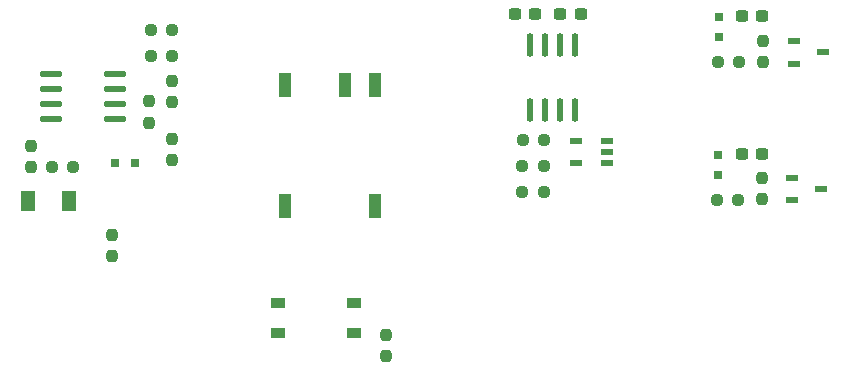
<source format=gbr>
%TF.GenerationSoftware,KiCad,Pcbnew,(6.0.7-1)-1*%
%TF.CreationDate,2022-12-12T00:26:17-05:00*%
%TF.ProjectId,HVPCB,48565043-422e-46b6-9963-61645f706362,rev?*%
%TF.SameCoordinates,Original*%
%TF.FileFunction,Paste,Top*%
%TF.FilePolarity,Positive*%
%FSLAX46Y46*%
G04 Gerber Fmt 4.6, Leading zero omitted, Abs format (unit mm)*
G04 Created by KiCad (PCBNEW (6.0.7-1)-1) date 2022-12-12 00:26:17*
%MOMM*%
%LPD*%
G01*
G04 APERTURE LIST*
G04 Aperture macros list*
%AMRoundRect*
0 Rectangle with rounded corners*
0 $1 Rounding radius*
0 $2 $3 $4 $5 $6 $7 $8 $9 X,Y pos of 4 corners*
0 Add a 4 corners polygon primitive as box body*
4,1,4,$2,$3,$4,$5,$6,$7,$8,$9,$2,$3,0*
0 Add four circle primitives for the rounded corners*
1,1,$1+$1,$2,$3*
1,1,$1+$1,$4,$5*
1,1,$1+$1,$6,$7*
1,1,$1+$1,$8,$9*
0 Add four rect primitives between the rounded corners*
20,1,$1+$1,$2,$3,$4,$5,0*
20,1,$1+$1,$4,$5,$6,$7,0*
20,1,$1+$1,$6,$7,$8,$9,0*
20,1,$1+$1,$8,$9,$2,$3,0*%
G04 Aperture macros list end*
%ADD10R,1.300000X1.700000*%
%ADD11RoundRect,0.237500X0.300000X0.237500X-0.300000X0.237500X-0.300000X-0.237500X0.300000X-0.237500X0*%
%ADD12RoundRect,0.237500X-0.300000X-0.237500X0.300000X-0.237500X0.300000X0.237500X-0.300000X0.237500X0*%
%ADD13RoundRect,0.237500X-0.250000X-0.237500X0.250000X-0.237500X0.250000X0.237500X-0.250000X0.237500X0*%
%ADD14O,1.950216X0.568402*%
%ADD15RoundRect,0.237500X0.237500X-0.250000X0.237500X0.250000X-0.237500X0.250000X-0.237500X-0.250000X0*%
%ADD16R,1.070003X0.600000*%
%ADD17RoundRect,0.237500X-0.237500X0.250000X-0.237500X-0.250000X0.237500X-0.250000X0.237500X0.250000X0*%
%ADD18R,1.198882X0.900000*%
%ADD19R,1.000000X2.100000*%
%ADD20R,0.800000X0.800000*%
%ADD21RoundRect,0.237500X0.250000X0.237500X-0.250000X0.237500X-0.250000X-0.237500X0.250000X-0.237500X0*%
%ADD22R,1.000000X0.600000*%
%ADD23O,0.573990X2.035509*%
G04 APERTURE END LIST*
D10*
%TO.C,D1*%
X96950000Y-100000000D03*
X100450000Y-100000000D03*
%TD*%
D11*
%TO.C,C5*%
X159100000Y-96050000D03*
X157375000Y-96050000D03*
%TD*%
%TO.C,C4*%
X159112500Y-84375000D03*
X157387500Y-84375000D03*
%TD*%
D12*
%TO.C,C3*%
X142022501Y-84167844D03*
X143747501Y-84167844D03*
%TD*%
D11*
%TO.C,C2*%
X139897501Y-84167844D03*
X138172501Y-84167844D03*
%TD*%
D13*
%TO.C,R17*%
X98969739Y-97150477D03*
X100794739Y-97150477D03*
%TD*%
D14*
%TO.C,U4*%
X104300000Y-93070003D03*
X104300000Y-91800000D03*
X104300000Y-90529998D03*
X104300000Y-89259995D03*
X98889790Y-89259995D03*
X98889790Y-90529998D03*
X98889790Y-91800000D03*
X98889790Y-93070003D03*
%TD*%
D15*
%TO.C,R4*%
X159150000Y-88275000D03*
X159150000Y-86450000D03*
%TD*%
D16*
%TO.C,U5*%
X161602423Y-98062538D03*
X161602423Y-99962462D03*
X164072577Y-99012500D03*
%TD*%
D13*
%TO.C,R1*%
X155350000Y-88262500D03*
X157175000Y-88262500D03*
%TD*%
%TO.C,R6*%
X155275000Y-99950000D03*
X157100000Y-99950000D03*
%TD*%
%TO.C,R10*%
X138810001Y-99276593D03*
X140635001Y-99276593D03*
%TD*%
D17*
%TO.C,R18*%
X109119789Y-94737977D03*
X109119789Y-96562977D03*
%TD*%
D18*
%TO.C,S2*%
X118100064Y-108679743D03*
X118100064Y-111219749D03*
X124599936Y-111219749D03*
X124599936Y-108679743D03*
%TD*%
D19*
%TO.C,U3*%
X126330000Y-90200000D03*
X123790000Y-90200000D03*
X118710000Y-90200000D03*
X118710000Y-100400000D03*
X126330000Y-100400000D03*
%TD*%
D13*
%TO.C,R15*%
X107342371Y-85575159D03*
X109167371Y-85575159D03*
%TD*%
D20*
%TO.C,U8*%
X155446500Y-86162802D03*
X155446500Y-84460998D03*
%TD*%
D21*
%TO.C,R14*%
X109157289Y-87725159D03*
X107332289Y-87725159D03*
%TD*%
D17*
%TO.C,R19*%
X104095847Y-102862659D03*
X104095847Y-104687659D03*
%TD*%
%TO.C,R5*%
X107238895Y-91574499D03*
X107238895Y-93399499D03*
%TD*%
D15*
%TO.C,R7*%
X159087500Y-99862500D03*
X159087500Y-98037500D03*
%TD*%
D20*
%TO.C,U9*%
X155337500Y-97826302D03*
X155337500Y-96124498D03*
%TD*%
D22*
%TO.C,U2*%
X145985103Y-96817755D03*
X145985103Y-95867793D03*
X145985103Y-94917831D03*
X143384899Y-94917831D03*
X143384899Y-96817755D03*
%TD*%
D23*
%TO.C,U1*%
X139444996Y-92317844D03*
X140714999Y-92317844D03*
X141985001Y-92317844D03*
X143255004Y-92317844D03*
X143255004Y-86782156D03*
X141985001Y-86782156D03*
X140714999Y-86782156D03*
X139444996Y-86782156D03*
%TD*%
D20*
%TO.C,U7*%
X104319545Y-96775159D03*
X106021349Y-96775159D03*
%TD*%
D13*
%TO.C,R12*%
X138860001Y-94876593D03*
X140685001Y-94876593D03*
%TD*%
D15*
%TO.C,R13*%
X109167371Y-91662977D03*
X109167371Y-89837977D03*
%TD*%
%TO.C,R20*%
X127274682Y-113173942D03*
X127274682Y-111348942D03*
%TD*%
D16*
%TO.C,U6*%
X161776923Y-86477038D03*
X161776923Y-88376962D03*
X164247077Y-87427000D03*
%TD*%
D17*
%TO.C,R16*%
X97219789Y-95337977D03*
X97219789Y-97162977D03*
%TD*%
D21*
%TO.C,R11*%
X140635001Y-97076593D03*
X138810001Y-97076593D03*
%TD*%
M02*

</source>
